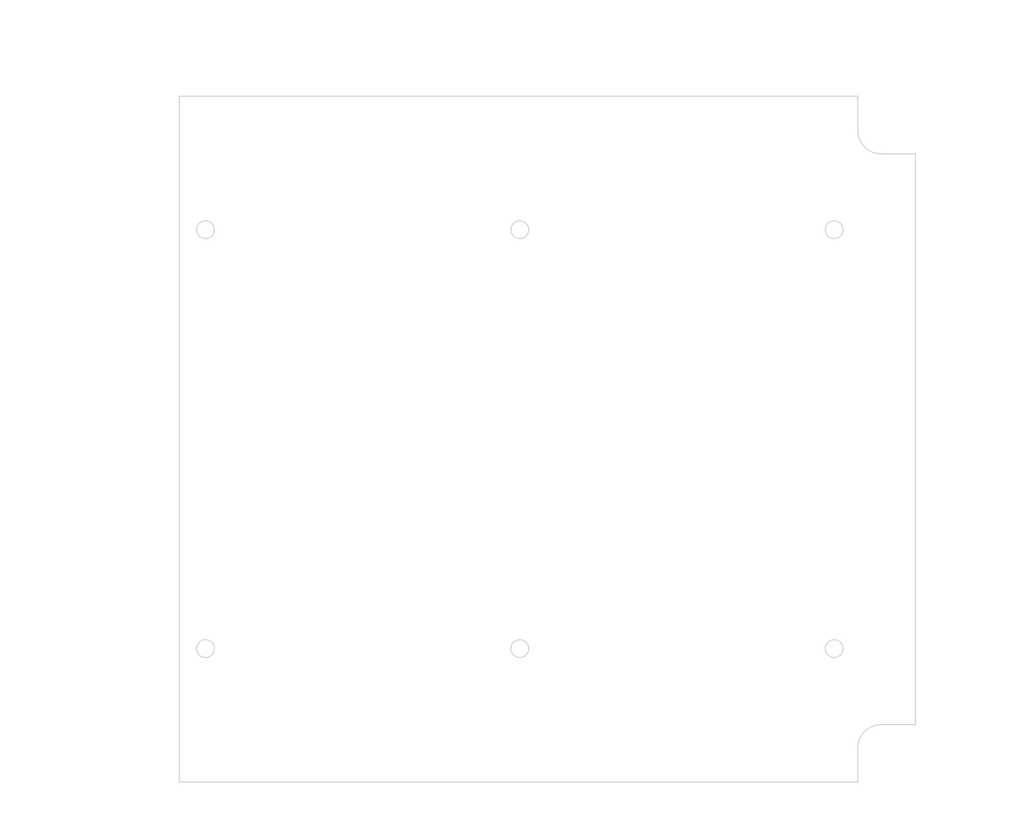
<source format=kicad_pcb>
(kicad_pcb (version 20171130) (host pcbnew "(5.1.0)-1")

  (general
    (thickness 1.6)
    (drawings 79)
    (tracks 0)
    (zones 0)
    (modules 0)
    (nets 1)
  )

  (page A3)
  (layers
    (0 F.Cu signal)
    (31 B.Cu signal)
    (32 B.Adhes user)
    (33 F.Adhes user)
    (34 B.Paste user)
    (35 F.Paste user)
    (36 B.SilkS user)
    (37 F.SilkS user)
    (38 B.Mask user)
    (39 F.Mask user)
    (40 Dwgs.User user)
    (41 Cmts.User user)
    (42 Eco1.User user)
    (43 Eco2.User user)
    (44 Edge.Cuts user)
    (45 Margin user)
    (46 B.CrtYd user)
    (47 F.CrtYd user)
    (48 B.Fab user)
    (49 F.Fab user)
  )

  (setup
    (last_trace_width 0.25)
    (trace_clearance 0.2)
    (zone_clearance 0.508)
    (zone_45_only no)
    (trace_min 0.2)
    (via_size 0.8)
    (via_drill 0.4)
    (via_min_size 0.4)
    (via_min_drill 0.3)
    (uvia_size 0.3)
    (uvia_drill 0.1)
    (uvias_allowed no)
    (uvia_min_size 0.2)
    (uvia_min_drill 0.1)
    (edge_width 0.05)
    (segment_width 0.2)
    (pcb_text_width 0.3)
    (pcb_text_size 1.5 1.5)
    (mod_edge_width 0.12)
    (mod_text_size 1 1)
    (mod_text_width 0.15)
    (pad_size 1.524 1.524)
    (pad_drill 0.762)
    (pad_to_mask_clearance 0.051)
    (solder_mask_min_width 0.25)
    (aux_axis_origin 0 0)
    (visible_elements FFFFFF7F)
    (pcbplotparams
      (layerselection 0x010fc_ffffffff)
      (usegerberextensions false)
      (usegerberattributes false)
      (usegerberadvancedattributes false)
      (creategerberjobfile false)
      (excludeedgelayer true)
      (linewidth 0.152400)
      (plotframeref false)
      (viasonmask false)
      (mode 1)
      (useauxorigin false)
      (hpglpennumber 1)
      (hpglpenspeed 20)
      (hpglpendiameter 15.000000)
      (psnegative false)
      (psa4output false)
      (plotreference true)
      (plotvalue true)
      (plotinvisibletext false)
      (padsonsilk false)
      (subtractmaskfromsilk false)
      (outputformat 1)
      (mirror false)
      (drillshape 1)
      (scaleselection 1)
      (outputdirectory ""))
  )

  (net 0 "")

  (net_class Default "This is the default net class."
    (clearance 0.2)
    (trace_width 0.25)
    (via_dia 0.8)
    (via_drill 0.4)
    (uvia_dia 0.3)
    (uvia_drill 0.1)
  )

  (gr_circle (center 266.360108 185.09599) (end 268.060108 185.09599) (layer Edge.Cuts) (width 0.2))
  (gr_circle (center 146.360108 185.09599) (end 148.060108 185.09599) (layer Edge.Cuts) (width 0.2))
  (gr_circle (center 206.360108 105.09599) (end 208.060108 105.09599) (layer Edge.Cuts) (width 0.2))
  (gr_circle (center 146.360108 105.09599) (end 148.060108 105.09599) (layer Edge.Cuts) (width 0.2))
  (gr_circle (center 266.360108 105.09599) (end 268.060108 105.09599) (layer Edge.Cuts) (width 0.2))
  (gr_circle (center 206.360108 185.09599) (end 208.060108 185.09599) (layer Edge.Cuts) (width 0.2))
  (gr_line (start 141.360108 79.59599) (end 270.860108 79.59599) (layer Edge.Cuts) (width 0.2))
  (gr_line (start 270.860108 79.59599) (end 270.860108 86.09599) (layer Edge.Cuts) (width 0.2))
  (gr_arc (start 275.360108 86.09599) (end 270.860108 86.09599) (angle -90) (layer Edge.Cuts) (width 0.2))
  (gr_line (start 275.360108 90.59599) (end 281.860108 90.59599) (layer Edge.Cuts) (width 0.2))
  (gr_line (start 281.860108 90.59599) (end 281.860108 199.59599) (layer Edge.Cuts) (width 0.2))
  (gr_line (start 281.860108 199.59599) (end 275.360108 199.59599) (layer Edge.Cuts) (width 0.2))
  (gr_arc (start 275.360108 204.09599) (end 275.360108 199.59599) (angle -90) (layer Edge.Cuts) (width 0.2))
  (gr_line (start 270.860108 204.09599) (end 270.860108 210.59599) (layer Edge.Cuts) (width 0.2))
  (gr_line (start 270.860108 210.59599) (end 141.360108 210.59599) (layer Edge.Cuts) (width 0.2))
  (gr_line (start 141.360108 79.59599) (end 141.360108 210.59599) (layer Edge.Cuts) (width 0.2))
  (gr_line (start 266.360108 185.18599) (end 266.360108 185.00599) (layer Dwgs.User) (width 0.2))
  (gr_line (start 266.270108 185.09599) (end 266.450108 185.09599) (layer Dwgs.User) (width 0.2))
  (gr_text " ∅3.40\n[∅0.13]" (at 290.105902 192.958821) (layer Dwgs.User)
    (effects (font (size 1.7 1.53) (thickness 0.2125)))
  )
  (gr_line (start 283.569033 192.958821) (end 269.725467 186.633637) (layer Dwgs.User) (width 0.2))
  (gr_line (start 285.569033 192.958821) (end 283.569033 192.958821) (layer Dwgs.User) (width 0.2))
  (gr_text [R0.18] (at 286.055705 209.548236) (layer Dwgs.User)
    (effects (font (size 1.7 1.53) (thickness 0.2125)))
  )
  (gr_text " R4.50" (at 286.055705 205.990801) (layer Dwgs.User)
    (effects (font (size 1.7 1.53) (thickness 0.2125)))
  )
  (gr_line (start 279.584934 207.658775) (end 273.448953 202.484317) (layer Dwgs.User) (width 0.2))
  (gr_line (start 281.584934 207.658775) (end 279.584934 207.658775) (layer Dwgs.User) (width 0.2))
  (gr_text [1.00] (at 133.357658 94.235451) (layer Dwgs.User)
    (effects (font (size 1.7 1.53) (thickness 0.2125)))
  )
  (gr_text " 25.50" (at 133.357658 90.678015) (layer Dwgs.User)
    (effects (font (size 1.7 1.53) (thickness 0.2125)))
  )
  (gr_line (start 133.357658 103.09599) (end 133.357658 95.903425) (layer Dwgs.User) (width 0.2))
  (gr_line (start 133.357658 81.59599) (end 133.357658 88.788554) (layer Dwgs.User) (width 0.2))
  (gr_line (start 145.360108 105.09599) (end 130.182658 105.09599) (layer Dwgs.User) (width 0.2))
  (gr_line (start 140.360108 79.59599) (end 130.182658 79.59599) (layer Dwgs.User) (width 0.2))
  (gr_text [4.29] (at 297.860108 146.985451) (layer Dwgs.User)
    (effects (font (size 1.7 1.53) (thickness 0.2125)))
  )
  (gr_text " 109.00" (at 297.860108 143.428015) (layer Dwgs.User)
    (effects (font (size 1.7 1.53) (thickness 0.2125)))
  )
  (gr_line (start 297.860108 197.59599) (end 297.860108 148.653425) (layer Dwgs.User) (width 0.2))
  (gr_line (start 297.860108 92.59599) (end 297.860108 141.538554) (layer Dwgs.User) (width 0.2))
  (gr_line (start 282.860108 199.59599) (end 301.035108 199.59599) (layer Dwgs.User) (width 0.2))
  (gr_line (start 282.860108 90.59599) (end 301.035108 90.59599) (layer Dwgs.User) (width 0.2))
  (gr_text [5.10] (at 176.360108 219.491915) (layer Dwgs.User)
    (effects (font (size 1.7 1.53) (thickness 0.2125)))
  )
  (gr_text " 129.50" (at 176.360108 215.934479) (layer Dwgs.User)
    (effects (font (size 1.7 1.53) (thickness 0.2125)))
  )
  (gr_line (start 143.360108 217.602454) (end 171.655094 217.602454) (layer Dwgs.User) (width 0.2))
  (gr_line (start 268.860108 217.602454) (end 181.065122 217.602454) (layer Dwgs.User) (width 0.2))
  (gr_line (start 141.360108 211.59599) (end 141.360108 220.777454) (layer Dwgs.User) (width 0.2))
  (gr_line (start 270.860108 211.59599) (end 270.860108 220.777454) (layer Dwgs.User) (width 0.2))
  (gr_text [.20] (at 133.494673 76.005289) (layer Dwgs.User)
    (effects (font (size 1.7 1.53) (thickness 0.2125)))
  )
  (gr_text " 5.00" (at 133.494673 72.447854) (layer Dwgs.User)
    (effects (font (size 1.7 1.53) (thickness 0.2125)))
  )
  (gr_line (start 139.360108 74.115828) (end 136.878882 74.115828) (layer Dwgs.User) (width 0.2))
  (gr_line (start 148.360108 74.115828) (end 150.360108 74.115828) (layer Dwgs.User) (width 0.2))
  (gr_line (start 146.360108 104.09599) (end 146.360108 70.940828) (layer Dwgs.User) (width 0.2))
  (gr_line (start 141.360108 78.59599) (end 141.360108 70.940828) (layer Dwgs.User) (width 0.2))
  (gr_text [2.36] (at 236.360108 75.007125) (layer Dwgs.User)
    (effects (font (size 1.7 1.53) (thickness 0.2125)))
  )
  (gr_text " 60.00" (at 236.360108 71.449689) (layer Dwgs.User)
    (effects (font (size 1.7 1.53) (thickness 0.2125)))
  )
  (gr_line (start 208.360108 73.117664) (end 232.315497 73.117664) (layer Dwgs.User) (width 0.2))
  (gr_line (start 264.360108 73.117664) (end 240.404719 73.117664) (layer Dwgs.User) (width 0.2))
  (gr_line (start 206.360108 104.09599) (end 206.360108 69.942664) (layer Dwgs.User) (width 0.2))
  (gr_line (start 266.360108 104.09599) (end 266.360108 69.942664) (layer Dwgs.User) (width 0.2))
  (gr_text [2.36] (at 176.360108 75.0913) (layer Dwgs.User)
    (effects (font (size 1.7 1.53) (thickness 0.2125)))
  )
  (gr_text " 60.00" (at 176.360108 71.533865) (layer Dwgs.User)
    (effects (font (size 1.7 1.53) (thickness 0.2125)))
  )
  (gr_line (start 204.360108 73.201839) (end 180.404719 73.201839) (layer Dwgs.User) (width 0.2))
  (gr_line (start 148.360108 73.201839) (end 172.315497 73.201839) (layer Dwgs.User) (width 0.2))
  (gr_line (start 206.360108 104.09599) (end 206.360108 70.026839) (layer Dwgs.User) (width 0.2))
  (gr_line (start 146.360108 104.09599) (end 146.360108 70.026839) (layer Dwgs.User) (width 0.2))
  (gr_text [5.53] (at 211.610108 66.381043) (layer Dwgs.User)
    (effects (font (size 1.7 1.53) (thickness 0.2125)))
  )
  (gr_text " 140.50" (at 211.610108 62.823608) (layer Dwgs.User)
    (effects (font (size 1.7 1.53) (thickness 0.2125)))
  )
  (gr_line (start 279.860108 64.491582) (end 216.315122 64.491582) (layer Dwgs.User) (width 0.2))
  (gr_line (start 143.360108 64.491582) (end 206.905094 64.491582) (layer Dwgs.User) (width 0.2))
  (gr_line (start 281.860108 89.59599) (end 281.860108 61.316582) (layer Dwgs.User) (width 0.2))
  (gr_line (start 141.360108 78.59599) (end 141.360108 61.316582) (layer Dwgs.User) (width 0.2))
  (gr_text [3.15] (at 133.357658 146.985451) (layer Dwgs.User)
    (effects (font (size 1.7 1.53) (thickness 0.2125)))
  )
  (gr_text " 80.00" (at 133.357658 143.428015) (layer Dwgs.User)
    (effects (font (size 1.7 1.53) (thickness 0.2125)))
  )
  (gr_line (start 133.357658 183.09599) (end 133.357658 148.653425) (layer Dwgs.User) (width 0.2))
  (gr_line (start 133.357658 107.09599) (end 133.357658 141.538554) (layer Dwgs.User) (width 0.2))
  (gr_line (start 145.360108 185.09599) (end 130.182658 185.09599) (layer Dwgs.User) (width 0.2))
  (gr_line (start 145.360108 105.09599) (end 130.182658 105.09599) (layer Dwgs.User) (width 0.2))
  (gr_text [5.16] (at 111.893411 146.985451) (layer Dwgs.User)
    (effects (font (size 1.7 1.53) (thickness 0.2125)))
  )
  (gr_text " 131.00" (at 111.893411 143.427436) (layer Dwgs.User)
    (effects (font (size 1.7 1.53) (thickness 0.2125)))
  )
  (gr_line (start 111.893411 208.59599) (end 111.893411 148.654005) (layer Dwgs.User) (width 0.2))
  (gr_line (start 111.893411 81.59599) (end 111.893411 141.537975) (layer Dwgs.User) (width 0.2))
  (gr_line (start 140.360108 210.59599) (end 108.718411 210.59599) (layer Dwgs.User) (width 0.2))
  (gr_line (start 140.360108 79.59599) (end 108.718411 79.59599) (layer Dwgs.User) (width 0.2))

)

</source>
